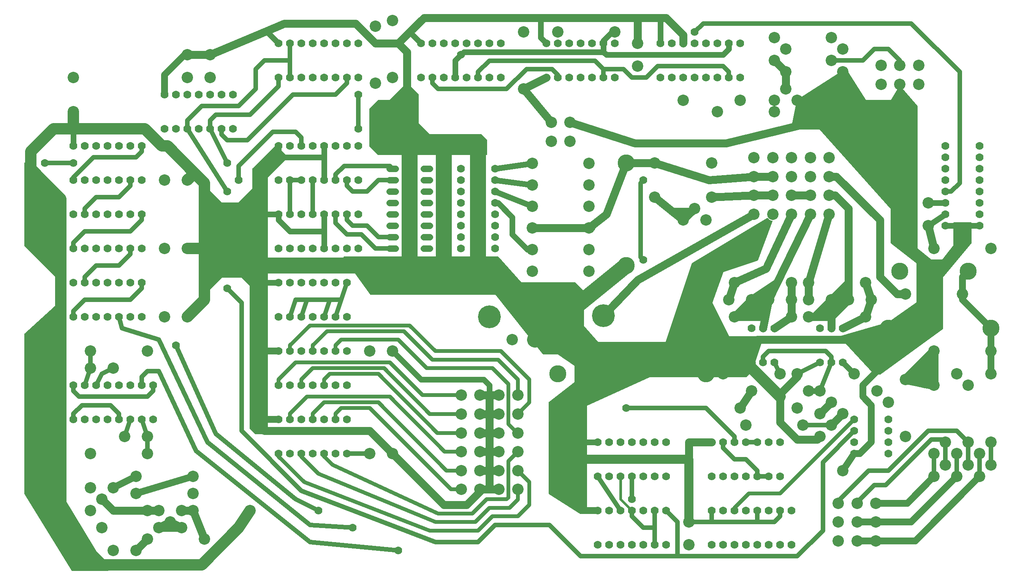
<source format=gbr>
G04 EAGLE Gerber RS-274X export*
G75*
%MOMM*%
%FSLAX34Y34*%
%LPD*%
%INBottom Copper*%
%IPPOS*%
%AMOC8*
5,1,8,0,0,1.08239X$1,22.5*%
G01*
%ADD10C,2.540000*%
%ADD11C,3.810000*%
%ADD12C,5.080000*%
%ADD13C,1.778000*%
%ADD14C,1.408000*%
%ADD15C,1.016000*%
%ADD16C,1.778000*%
%ADD17C,1.524000*%
%ADD18C,2.540000*%
%ADD19C,1.270000*%
%ADD20C,3.556000*%
%ADD21C,2.032000*%
%ADD22C,0.609600*%
%ADD23C,0.812800*%

G36*
X1276468Y138446D02*
X1276468Y138446D01*
X1276587Y138453D01*
X1276625Y138466D01*
X1276666Y138471D01*
X1276776Y138514D01*
X1276889Y138551D01*
X1276924Y138573D01*
X1276961Y138588D01*
X1277057Y138658D01*
X1277158Y138721D01*
X1277186Y138751D01*
X1277219Y138774D01*
X1277295Y138866D01*
X1277376Y138953D01*
X1277396Y138988D01*
X1277421Y139019D01*
X1277472Y139127D01*
X1277530Y139231D01*
X1277540Y139271D01*
X1277557Y139307D01*
X1277579Y139424D01*
X1277609Y139539D01*
X1277613Y139600D01*
X1277617Y139620D01*
X1277615Y139640D01*
X1277619Y139700D01*
X1277619Y380179D01*
X1417734Y443231D01*
X1631950Y443231D01*
X1632048Y443243D01*
X1632147Y443246D01*
X1632205Y443263D01*
X1632266Y443271D01*
X1632358Y443307D01*
X1632453Y443335D01*
X1632505Y443365D01*
X1632561Y443388D01*
X1632641Y443446D01*
X1632727Y443496D01*
X1632802Y443562D01*
X1632819Y443574D01*
X1632826Y443584D01*
X1632848Y443603D01*
X1645548Y456303D01*
X1645581Y456346D01*
X1645621Y456382D01*
X1645678Y456471D01*
X1645742Y456554D01*
X1645764Y456604D01*
X1645794Y456649D01*
X1645854Y456799D01*
X1671254Y532999D01*
X1671255Y533003D01*
X1671257Y533007D01*
X1671286Y533157D01*
X1671316Y533311D01*
X1671316Y533315D01*
X1671317Y533320D01*
X1671307Y533472D01*
X1671299Y533628D01*
X1671297Y533632D01*
X1671297Y533637D01*
X1671250Y533783D01*
X1671203Y533931D01*
X1671200Y533935D01*
X1671199Y533939D01*
X1671116Y534070D01*
X1671034Y534201D01*
X1671031Y534204D01*
X1671029Y534208D01*
X1670917Y534314D01*
X1670804Y534421D01*
X1670800Y534423D01*
X1670797Y534426D01*
X1670663Y534500D01*
X1670527Y534576D01*
X1670523Y534577D01*
X1670519Y534580D01*
X1670371Y534618D01*
X1670220Y534658D01*
X1670215Y534658D01*
X1670211Y534659D01*
X1670050Y534669D01*
X1594634Y534669D01*
X1557129Y609679D01*
X1582133Y678440D01*
X1657751Y703646D01*
X1657757Y703649D01*
X1657763Y703650D01*
X1657901Y703718D01*
X1658038Y703783D01*
X1658043Y703787D01*
X1658048Y703790D01*
X1658166Y703891D01*
X1658282Y703988D01*
X1658285Y703993D01*
X1658290Y703997D01*
X1658379Y704123D01*
X1658467Y704247D01*
X1658469Y704252D01*
X1658472Y704257D01*
X1658538Y704404D01*
X1691016Y791010D01*
X1691022Y791038D01*
X1691034Y791063D01*
X1691059Y791192D01*
X1691089Y791320D01*
X1691089Y791348D01*
X1691094Y791376D01*
X1691086Y791506D01*
X1691083Y791638D01*
X1691076Y791665D01*
X1691074Y791693D01*
X1691034Y791818D01*
X1690999Y791944D01*
X1690985Y791969D01*
X1690976Y791995D01*
X1690906Y792106D01*
X1690841Y792220D01*
X1690821Y792240D01*
X1690806Y792264D01*
X1690710Y792354D01*
X1690619Y792448D01*
X1690595Y792463D01*
X1690574Y792482D01*
X1690460Y792545D01*
X1690347Y792614D01*
X1690320Y792622D01*
X1690296Y792636D01*
X1690169Y792668D01*
X1690043Y792707D01*
X1690015Y792708D01*
X1689988Y792715D01*
X1689827Y792725D01*
X1688720Y792725D01*
X1683492Y794891D01*
X1680528Y797856D01*
X1680430Y797931D01*
X1680338Y798012D01*
X1680305Y798028D01*
X1680276Y798051D01*
X1680163Y798099D01*
X1680054Y798155D01*
X1680018Y798162D01*
X1679985Y798177D01*
X1679863Y798196D01*
X1679743Y798222D01*
X1679707Y798221D01*
X1679670Y798227D01*
X1679548Y798215D01*
X1679425Y798211D01*
X1679390Y798200D01*
X1679354Y798197D01*
X1679238Y798155D01*
X1679120Y798120D01*
X1679073Y798096D01*
X1679055Y798089D01*
X1679037Y798077D01*
X1678977Y798046D01*
X1512234Y698001D01*
X1512195Y697970D01*
X1512150Y697946D01*
X1512070Y697872D01*
X1511984Y697804D01*
X1511954Y697764D01*
X1511917Y697730D01*
X1511857Y697639D01*
X1511831Y697604D01*
X1511812Y697581D01*
X1511810Y697577D01*
X1511791Y697552D01*
X1511771Y697505D01*
X1511744Y697463D01*
X1511683Y697314D01*
X1453235Y521969D01*
X1302334Y521969D01*
X1271269Y558211D01*
X1271269Y635000D01*
X1271257Y635098D01*
X1271254Y635197D01*
X1271237Y635255D01*
X1271229Y635316D01*
X1271193Y635408D01*
X1271165Y635503D01*
X1271135Y635555D01*
X1271112Y635611D01*
X1271054Y635691D01*
X1271004Y635777D01*
X1270938Y635852D01*
X1270926Y635869D01*
X1270916Y635876D01*
X1270898Y635898D01*
X1251848Y654948D01*
X1251769Y655008D01*
X1251697Y655076D01*
X1251644Y655105D01*
X1251596Y655142D01*
X1251505Y655182D01*
X1251419Y655230D01*
X1251360Y655245D01*
X1251304Y655269D01*
X1251206Y655284D01*
X1251111Y655309D01*
X1251011Y655315D01*
X1250990Y655319D01*
X1250978Y655317D01*
X1250950Y655319D01*
X1131500Y655319D01*
X1080443Y712049D01*
X1080343Y712136D01*
X1080247Y712226D01*
X1080223Y712239D01*
X1080203Y712257D01*
X1080084Y712316D01*
X1079969Y712380D01*
X1079942Y712386D01*
X1079918Y712398D01*
X1079788Y712426D01*
X1079661Y712459D01*
X1079622Y712461D01*
X1079607Y712465D01*
X1079585Y712464D01*
X1079500Y712469D01*
X736600Y712469D01*
X736566Y712465D01*
X736531Y712467D01*
X736408Y712445D01*
X736284Y712429D01*
X736252Y712417D01*
X736218Y712410D01*
X736105Y712358D01*
X735989Y712312D01*
X735961Y712292D01*
X735929Y712278D01*
X735832Y712199D01*
X735731Y712126D01*
X735709Y712099D01*
X735682Y712077D01*
X735608Y711977D01*
X735529Y711881D01*
X735514Y711849D01*
X735493Y711821D01*
X735446Y711706D01*
X735393Y711593D01*
X735387Y711559D01*
X735374Y711527D01*
X735357Y711403D01*
X735333Y711281D01*
X735335Y711246D01*
X735331Y711212D01*
X735345Y711088D01*
X735353Y710963D01*
X735364Y710930D01*
X735368Y710896D01*
X735413Y710779D01*
X735451Y710661D01*
X735470Y710631D01*
X735482Y710599D01*
X735567Y710462D01*
X794531Y627912D01*
X794562Y627879D01*
X794586Y627842D01*
X794669Y627763D01*
X794747Y627679D01*
X794785Y627655D01*
X794817Y627624D01*
X794918Y627568D01*
X795014Y627506D01*
X795057Y627492D01*
X795096Y627470D01*
X795207Y627442D01*
X795316Y627405D01*
X795360Y627402D01*
X795404Y627391D01*
X795564Y627381D01*
X1073810Y627381D01*
X1180109Y494507D01*
X1180116Y494500D01*
X1180121Y494492D01*
X1180230Y494390D01*
X1180337Y494286D01*
X1180346Y494281D01*
X1180353Y494274D01*
X1180484Y494202D01*
X1180613Y494128D01*
X1180623Y494125D01*
X1180631Y494120D01*
X1180776Y494083D01*
X1180920Y494044D01*
X1180930Y494043D01*
X1180939Y494041D01*
X1181100Y494031D01*
X1212466Y494031D01*
X1249681Y469221D01*
X1249681Y432421D01*
X1193021Y388352D01*
X1193008Y388339D01*
X1192992Y388329D01*
X1192895Y388226D01*
X1192796Y388127D01*
X1192787Y388111D01*
X1192774Y388097D01*
X1192706Y387974D01*
X1192635Y387853D01*
X1192629Y387835D01*
X1192620Y387819D01*
X1192585Y387683D01*
X1192546Y387547D01*
X1192546Y387529D01*
X1192541Y387511D01*
X1192531Y387350D01*
X1192531Y184150D01*
X1192541Y184072D01*
X1192540Y183994D01*
X1192560Y183915D01*
X1192571Y183834D01*
X1192599Y183762D01*
X1192619Y183685D01*
X1192658Y183614D01*
X1192688Y183539D01*
X1192734Y183475D01*
X1192771Y183406D01*
X1192827Y183347D01*
X1192874Y183281D01*
X1192935Y183231D01*
X1192989Y183174D01*
X1193119Y183079D01*
X1262969Y138629D01*
X1263077Y138578D01*
X1263181Y138520D01*
X1263220Y138510D01*
X1263256Y138493D01*
X1263374Y138471D01*
X1263489Y138441D01*
X1263549Y138437D01*
X1263568Y138433D01*
X1263589Y138435D01*
X1263650Y138431D01*
X1276350Y138431D01*
X1276468Y138446D01*
G37*
G36*
X1930555Y449600D02*
X1930555Y449600D01*
X1930715Y449620D01*
X1930715Y449621D01*
X1930716Y449621D01*
X1930841Y449670D01*
X1931011Y449737D01*
X1931011Y449738D01*
X1931147Y449824D01*
X2070847Y551424D01*
X2070875Y551450D01*
X2070908Y551471D01*
X2070991Y551559D01*
X2071078Y551641D01*
X2071099Y551674D01*
X2071126Y551703D01*
X2071184Y551808D01*
X2071249Y551910D01*
X2071261Y551947D01*
X2071280Y551981D01*
X2071310Y552098D01*
X2071347Y552212D01*
X2071349Y552252D01*
X2071359Y552289D01*
X2071369Y552450D01*
X2071369Y666290D01*
X2134575Y742137D01*
X2134598Y742173D01*
X2134626Y742203D01*
X2134683Y742306D01*
X2134746Y742405D01*
X2134759Y742445D01*
X2134780Y742481D01*
X2134809Y742596D01*
X2134846Y742707D01*
X2134849Y742749D01*
X2134859Y742789D01*
X2134869Y742950D01*
X2134869Y787400D01*
X2134854Y787518D01*
X2134847Y787637D01*
X2134834Y787675D01*
X2134829Y787716D01*
X2134786Y787826D01*
X2134749Y787939D01*
X2134727Y787974D01*
X2134712Y788011D01*
X2134643Y788107D01*
X2134579Y788208D01*
X2134549Y788236D01*
X2134526Y788269D01*
X2134434Y788345D01*
X2134347Y788426D01*
X2134312Y788446D01*
X2134281Y788471D01*
X2134173Y788522D01*
X2134069Y788580D01*
X2134029Y788590D01*
X2133993Y788607D01*
X2133876Y788629D01*
X2133761Y788659D01*
X2133701Y788663D01*
X2133681Y788667D01*
X2133660Y788665D01*
X2133600Y788669D01*
X2095500Y788669D01*
X2095382Y788654D01*
X2095263Y788647D01*
X2095225Y788634D01*
X2095184Y788629D01*
X2095074Y788586D01*
X2094961Y788549D01*
X2094926Y788527D01*
X2094889Y788512D01*
X2094793Y788443D01*
X2094692Y788379D01*
X2094664Y788349D01*
X2094631Y788326D01*
X2094556Y788234D01*
X2094474Y788147D01*
X2094454Y788112D01*
X2094429Y788081D01*
X2094378Y787973D01*
X2094320Y787869D01*
X2094310Y787829D01*
X2094293Y787793D01*
X2094271Y787676D01*
X2094241Y787561D01*
X2094237Y787501D01*
X2094233Y787481D01*
X2094235Y787460D01*
X2094231Y787400D01*
X2094231Y737045D01*
X2069490Y706119D01*
X2045145Y706119D01*
X2014219Y730860D01*
X2014219Y1047750D01*
X2014213Y1047800D01*
X2014215Y1047850D01*
X2014193Y1047957D01*
X2014179Y1048066D01*
X2014161Y1048113D01*
X2014151Y1048162D01*
X2014103Y1048260D01*
X2014062Y1048361D01*
X2014033Y1048402D01*
X2014011Y1048447D01*
X2013914Y1048576D01*
X1975814Y1093026D01*
X1975810Y1093029D01*
X1975808Y1093033D01*
X1975693Y1093136D01*
X1975578Y1093240D01*
X1975574Y1093242D01*
X1975571Y1093245D01*
X1975434Y1093315D01*
X1975297Y1093388D01*
X1975292Y1093389D01*
X1975288Y1093391D01*
X1975138Y1093426D01*
X1974987Y1093462D01*
X1974983Y1093462D01*
X1974979Y1093463D01*
X1974825Y1093459D01*
X1974669Y1093456D01*
X1974665Y1093455D01*
X1974661Y1093455D01*
X1974512Y1093413D01*
X1974363Y1093372D01*
X1974359Y1093370D01*
X1974355Y1093369D01*
X1974220Y1093291D01*
X1974087Y1093214D01*
X1974084Y1093211D01*
X1974080Y1093209D01*
X1973968Y1093099D01*
X1973859Y1092993D01*
X1973856Y1092989D01*
X1973853Y1092986D01*
X1973762Y1092853D01*
X1955081Y1061719D01*
X1899347Y1061719D01*
X1855271Y1130981D01*
X1855192Y1131077D01*
X1855118Y1131176D01*
X1855091Y1131199D01*
X1855068Y1131226D01*
X1854968Y1131299D01*
X1854872Y1131377D01*
X1854839Y1131392D01*
X1854810Y1131413D01*
X1854696Y1131458D01*
X1854583Y1131510D01*
X1854548Y1131517D01*
X1854515Y1131530D01*
X1854392Y1131545D01*
X1854270Y1131567D01*
X1854234Y1131565D01*
X1854199Y1131569D01*
X1854076Y1131554D01*
X1853953Y1131545D01*
X1853919Y1131534D01*
X1853883Y1131529D01*
X1853768Y1131483D01*
X1853651Y1131444D01*
X1853606Y1131419D01*
X1853588Y1131412D01*
X1853571Y1131399D01*
X1853510Y1131366D01*
X1745560Y1061516D01*
X1745478Y1061446D01*
X1745390Y1061384D01*
X1745357Y1061344D01*
X1745317Y1061311D01*
X1745255Y1061223D01*
X1745185Y1061141D01*
X1745163Y1061094D01*
X1745133Y1061052D01*
X1745094Y1060951D01*
X1745047Y1060854D01*
X1745026Y1060776D01*
X1745018Y1060755D01*
X1745016Y1060739D01*
X1745005Y1060699D01*
X1732305Y997199D01*
X1732299Y997114D01*
X1732283Y997031D01*
X1732288Y996956D01*
X1732283Y996882D01*
X1732298Y996798D01*
X1732303Y996713D01*
X1732326Y996642D01*
X1732339Y996569D01*
X1732375Y996491D01*
X1732401Y996411D01*
X1732441Y996348D01*
X1732472Y996280D01*
X1732526Y996214D01*
X1732571Y996142D01*
X1732626Y996091D01*
X1732673Y996033D01*
X1732741Y995982D01*
X1732803Y995924D01*
X1732868Y995888D01*
X1732928Y995844D01*
X1733007Y995811D01*
X1733081Y995770D01*
X1733154Y995752D01*
X1733223Y995724D01*
X1733307Y995712D01*
X1733389Y995691D01*
X1733528Y995682D01*
X1733538Y995681D01*
X1733542Y995681D01*
X1733550Y995681D01*
X1796482Y995681D01*
X1954531Y818666D01*
X1954531Y742950D01*
X1954533Y742932D01*
X1954531Y742913D01*
X1954553Y742774D01*
X1954571Y742634D01*
X1954577Y742617D01*
X1954580Y742599D01*
X1954636Y742469D01*
X1954688Y742339D01*
X1954699Y742324D01*
X1954706Y742307D01*
X1954792Y742195D01*
X1954874Y742081D01*
X1954889Y742070D01*
X1954900Y742055D01*
X1955021Y741948D01*
X2011681Y697879D01*
X2011681Y610261D01*
X1948892Y566309D01*
X1841142Y534618D01*
X1841058Y534581D01*
X1840970Y534553D01*
X1840913Y534518D01*
X1840850Y534490D01*
X1840778Y534434D01*
X1840700Y534385D01*
X1840653Y534336D01*
X1840600Y534295D01*
X1840544Y534222D01*
X1840480Y534156D01*
X1840447Y534097D01*
X1840406Y534043D01*
X1840369Y533958D01*
X1840324Y533878D01*
X1840307Y533813D01*
X1840280Y533751D01*
X1840266Y533660D01*
X1840242Y533571D01*
X1840242Y533503D01*
X1840231Y533436D01*
X1840240Y533345D01*
X1840239Y533253D01*
X1840256Y533187D01*
X1840262Y533120D01*
X1840293Y533033D01*
X1840315Y532944D01*
X1840347Y532885D01*
X1840371Y532821D01*
X1840422Y532745D01*
X1840466Y532664D01*
X1840541Y532572D01*
X1840550Y532558D01*
X1840556Y532553D01*
X1840567Y532539D01*
X1916767Y449989D01*
X1916862Y449909D01*
X1916953Y449824D01*
X1916984Y449807D01*
X1917011Y449784D01*
X1917122Y449730D01*
X1917231Y449670D01*
X1917266Y449662D01*
X1917297Y449646D01*
X1917419Y449622D01*
X1917539Y449591D01*
X1917591Y449588D01*
X1917609Y449584D01*
X1917631Y449585D01*
X1917700Y449581D01*
X1930400Y449581D01*
X1930555Y449600D01*
G37*
G36*
X565268Y316246D02*
X565268Y316246D01*
X565387Y316253D01*
X565425Y316266D01*
X565466Y316271D01*
X565576Y316314D01*
X565689Y316351D01*
X565724Y316373D01*
X565761Y316388D01*
X565857Y316458D01*
X565958Y316521D01*
X565986Y316551D01*
X566019Y316574D01*
X566095Y316666D01*
X566176Y316753D01*
X566196Y316788D01*
X566221Y316819D01*
X566272Y316927D01*
X566330Y317031D01*
X566340Y317071D01*
X566357Y317107D01*
X566379Y317224D01*
X566409Y317339D01*
X566413Y317400D01*
X566417Y317420D01*
X566415Y317440D01*
X566419Y317500D01*
X566419Y888474D01*
X610498Y932553D01*
X610571Y932647D01*
X610649Y932736D01*
X610668Y932772D01*
X610692Y932804D01*
X610740Y932913D01*
X610794Y933019D01*
X610803Y933058D01*
X610819Y933096D01*
X610837Y933213D01*
X610864Y933329D01*
X610862Y933370D01*
X610869Y933410D01*
X610857Y933528D01*
X610854Y933647D01*
X610843Y933686D01*
X610839Y933726D01*
X610799Y933839D01*
X610765Y933953D01*
X610745Y933988D01*
X610731Y934026D01*
X610664Y934124D01*
X610604Y934227D01*
X610564Y934272D01*
X610553Y934289D01*
X610537Y934302D01*
X610498Y934348D01*
X585098Y959748D01*
X585003Y959821D01*
X584914Y959899D01*
X584878Y959918D01*
X584846Y959942D01*
X584737Y959990D01*
X584631Y960044D01*
X584592Y960053D01*
X584554Y960069D01*
X584437Y960087D01*
X584321Y960114D01*
X584280Y960112D01*
X584240Y960119D01*
X584122Y960107D01*
X584003Y960104D01*
X583964Y960093D01*
X583924Y960089D01*
X583811Y960049D01*
X583697Y960015D01*
X583663Y959995D01*
X583624Y959981D01*
X583526Y959914D01*
X583423Y959854D01*
X583378Y959814D01*
X583361Y959803D01*
X583348Y959787D01*
X583303Y959748D01*
X532503Y908948D01*
X532442Y908869D01*
X532374Y908797D01*
X532345Y908744D01*
X532308Y908696D01*
X532268Y908605D01*
X532220Y908519D01*
X532205Y908460D01*
X532181Y908404D01*
X532166Y908306D01*
X532141Y908211D01*
X532135Y908111D01*
X532131Y908090D01*
X532133Y908078D01*
X532131Y908050D01*
X532131Y864126D01*
X501124Y833119D01*
X464076Y833119D01*
X419998Y877198D01*
X419888Y877283D01*
X419781Y877371D01*
X419762Y877380D01*
X419746Y877392D01*
X419618Y877448D01*
X419493Y877507D01*
X419473Y877511D01*
X419454Y877519D01*
X419316Y877541D01*
X419181Y877567D01*
X419160Y877565D01*
X419140Y877569D01*
X419001Y877556D01*
X418863Y877547D01*
X418844Y877541D01*
X418824Y877539D01*
X418692Y877492D01*
X418561Y877449D01*
X418543Y877438D01*
X418524Y877431D01*
X418409Y877353D01*
X418292Y877279D01*
X418278Y877264D01*
X418261Y877253D01*
X418169Y877149D01*
X418074Y877047D01*
X418064Y877029D01*
X418051Y877014D01*
X417988Y876890D01*
X417920Y876769D01*
X417915Y876749D01*
X417906Y876731D01*
X417876Y876595D01*
X417841Y876461D01*
X417839Y876433D01*
X417837Y876421D01*
X417837Y876400D01*
X417831Y876300D01*
X417831Y622300D01*
X417848Y622162D01*
X417861Y622024D01*
X417868Y622005D01*
X417871Y621984D01*
X417922Y621855D01*
X417969Y621724D01*
X417980Y621708D01*
X417988Y621689D01*
X418069Y621576D01*
X418147Y621461D01*
X418163Y621448D01*
X418174Y621431D01*
X418282Y621343D01*
X418386Y621251D01*
X418404Y621242D01*
X418419Y621229D01*
X418545Y621169D01*
X418669Y621106D01*
X418689Y621102D01*
X418707Y621093D01*
X418843Y621067D01*
X418979Y621037D01*
X419000Y621037D01*
X419020Y621033D01*
X419158Y621042D01*
X419297Y621046D01*
X419317Y621052D01*
X419337Y621053D01*
X419469Y621096D01*
X419603Y621135D01*
X419620Y621145D01*
X419639Y621151D01*
X419757Y621225D01*
X419877Y621296D01*
X419898Y621315D01*
X419908Y621321D01*
X419922Y621336D01*
X419998Y621403D01*
X464076Y665481D01*
X507474Y665481D01*
X525781Y647174D01*
X525781Y330200D01*
X525793Y330102D01*
X525796Y330003D01*
X525813Y329945D01*
X525821Y329884D01*
X525857Y329792D01*
X525885Y329697D01*
X525906Y329661D01*
X525909Y329653D01*
X525918Y329638D01*
X525938Y329589D01*
X525996Y329509D01*
X526046Y329423D01*
X526075Y329391D01*
X526079Y329384D01*
X526088Y329375D01*
X526112Y329348D01*
X526124Y329331D01*
X526134Y329324D01*
X526153Y329303D01*
X538853Y316603D01*
X538931Y316542D01*
X539003Y316474D01*
X539056Y316445D01*
X539104Y316408D01*
X539195Y316368D01*
X539281Y316320D01*
X539340Y316305D01*
X539396Y316281D01*
X539494Y316266D01*
X539589Y316241D01*
X539689Y316235D01*
X539710Y316231D01*
X539722Y316233D01*
X539750Y316231D01*
X565150Y316231D01*
X565268Y316246D01*
G37*
G36*
X209695Y11449D02*
X209695Y11449D01*
X209841Y11464D01*
X209853Y11469D01*
X209866Y11471D01*
X210002Y11525D01*
X210139Y11575D01*
X210149Y11583D01*
X210161Y11588D01*
X210280Y11674D01*
X210400Y11757D01*
X210408Y11767D01*
X210419Y11774D01*
X210512Y11887D01*
X210607Y11998D01*
X210613Y12009D01*
X210621Y12019D01*
X210683Y12151D01*
X210749Y12283D01*
X210751Y12296D01*
X210757Y12307D01*
X210784Y12450D01*
X210815Y12594D01*
X210814Y12607D01*
X210817Y12620D01*
X210808Y12765D01*
X210802Y12912D01*
X210798Y12924D01*
X210797Y12937D01*
X210752Y13076D01*
X210710Y13216D01*
X210701Y13232D01*
X210699Y13239D01*
X210690Y13254D01*
X210635Y13359D01*
X102869Y190855D01*
X102869Y609600D01*
X102855Y609711D01*
X102850Y609822D01*
X102835Y609868D01*
X102829Y609916D01*
X102788Y610019D01*
X102755Y610126D01*
X102730Y610167D01*
X102712Y610211D01*
X102647Y610301D01*
X102588Y610397D01*
X102554Y610430D01*
X102526Y610469D01*
X102439Y610540D01*
X102359Y610617D01*
X102318Y610641D01*
X102281Y610671D01*
X102180Y610719D01*
X102082Y610774D01*
X102036Y610787D01*
X101993Y610807D01*
X101883Y610828D01*
X101775Y610857D01*
X101728Y610858D01*
X101681Y610867D01*
X101569Y610860D01*
X101457Y610861D01*
X101411Y610850D01*
X101363Y610847D01*
X101257Y610813D01*
X101148Y610786D01*
X101106Y610764D01*
X101061Y610749D01*
X100966Y610689D01*
X100868Y610637D01*
X100810Y610590D01*
X100792Y610579D01*
X100779Y610566D01*
X100742Y610536D01*
X24542Y540686D01*
X24461Y540589D01*
X24374Y540497D01*
X24358Y540468D01*
X24337Y540443D01*
X24281Y540329D01*
X24220Y540219D01*
X24212Y540187D01*
X24198Y540157D01*
X24173Y540033D01*
X24141Y539911D01*
X24138Y539863D01*
X24134Y539845D01*
X24135Y539824D01*
X24131Y539750D01*
X24131Y184150D01*
X24145Y184041D01*
X24150Y183931D01*
X24164Y183884D01*
X24171Y183834D01*
X24211Y183732D01*
X24244Y183627D01*
X24280Y183559D01*
X24288Y183539D01*
X24298Y183525D01*
X24319Y183485D01*
X129827Y12035D01*
X129882Y11966D01*
X129929Y11892D01*
X129981Y11843D01*
X130026Y11787D01*
X130096Y11734D01*
X130161Y11674D01*
X130223Y11639D01*
X130281Y11596D01*
X130362Y11563D01*
X130439Y11520D01*
X130508Y11503D01*
X130575Y11475D01*
X130662Y11463D01*
X130747Y11441D01*
X130876Y11433D01*
X130890Y11431D01*
X130895Y11432D01*
X130908Y11431D01*
X209550Y11431D01*
X209695Y11449D01*
G37*
G36*
X1054218Y938546D02*
X1054218Y938546D01*
X1054337Y938553D01*
X1054375Y938566D01*
X1054416Y938571D01*
X1054526Y938614D01*
X1054639Y938651D01*
X1054674Y938673D01*
X1054711Y938688D01*
X1054807Y938758D01*
X1054908Y938821D01*
X1054936Y938851D01*
X1054969Y938874D01*
X1055045Y938966D01*
X1055126Y939053D01*
X1055146Y939088D01*
X1055171Y939119D01*
X1055222Y939227D01*
X1055280Y939331D01*
X1055290Y939371D01*
X1055307Y939407D01*
X1055329Y939524D01*
X1055359Y939639D01*
X1055363Y939700D01*
X1055367Y939720D01*
X1055365Y939740D01*
X1055369Y939800D01*
X1055369Y971550D01*
X1055357Y971648D01*
X1055354Y971747D01*
X1055337Y971805D01*
X1055329Y971866D01*
X1055293Y971958D01*
X1055265Y972053D01*
X1055235Y972105D01*
X1055212Y972161D01*
X1055154Y972241D01*
X1055104Y972327D01*
X1055038Y972402D01*
X1055026Y972419D01*
X1055016Y972426D01*
X1054998Y972448D01*
X1042298Y985148D01*
X1042219Y985208D01*
X1042147Y985276D01*
X1042094Y985305D01*
X1042046Y985342D01*
X1041955Y985382D01*
X1041869Y985430D01*
X1041810Y985445D01*
X1041754Y985469D01*
X1041656Y985484D01*
X1041561Y985509D01*
X1041461Y985515D01*
X1041440Y985519D01*
X1041428Y985517D01*
X1041400Y985519D01*
X927626Y985519D01*
X902969Y1010176D01*
X902969Y1073150D01*
X902957Y1073248D01*
X902954Y1073347D01*
X902937Y1073405D01*
X902929Y1073466D01*
X902893Y1073558D01*
X902865Y1073653D01*
X902835Y1073705D01*
X902812Y1073761D01*
X902754Y1073841D01*
X902704Y1073927D01*
X902638Y1074002D01*
X902626Y1074019D01*
X902616Y1074026D01*
X902598Y1074048D01*
X877198Y1099448D01*
X877103Y1099521D01*
X877014Y1099599D01*
X876978Y1099618D01*
X876946Y1099642D01*
X876837Y1099690D01*
X876731Y1099744D01*
X876692Y1099753D01*
X876654Y1099769D01*
X876537Y1099787D01*
X876421Y1099814D01*
X876380Y1099812D01*
X876340Y1099819D01*
X876222Y1099807D01*
X876103Y1099804D01*
X876064Y1099793D01*
X876024Y1099789D01*
X875911Y1099749D01*
X875797Y1099715D01*
X875763Y1099695D01*
X875724Y1099681D01*
X875626Y1099614D01*
X875523Y1099554D01*
X875478Y1099514D01*
X875461Y1099503D01*
X875448Y1099487D01*
X875403Y1099448D01*
X837674Y1061719D01*
X812800Y1061719D01*
X812702Y1061707D01*
X812603Y1061704D01*
X812545Y1061687D01*
X812484Y1061679D01*
X812392Y1061643D01*
X812297Y1061615D01*
X812245Y1061585D01*
X812189Y1061562D01*
X812109Y1061504D01*
X812023Y1061454D01*
X811948Y1061388D01*
X811931Y1061376D01*
X811924Y1061366D01*
X811903Y1061348D01*
X792853Y1042298D01*
X792792Y1042219D01*
X792724Y1042147D01*
X792695Y1042094D01*
X792658Y1042046D01*
X792618Y1041955D01*
X792570Y1041869D01*
X792555Y1041810D01*
X792531Y1041754D01*
X792516Y1041656D01*
X792491Y1041561D01*
X792485Y1041461D01*
X792481Y1041440D01*
X792483Y1041428D01*
X792481Y1041400D01*
X792481Y958850D01*
X792493Y958752D01*
X792496Y958653D01*
X792513Y958595D01*
X792521Y958534D01*
X792557Y958442D01*
X792585Y958347D01*
X792612Y958301D01*
X792612Y958299D01*
X792616Y958294D01*
X792638Y958239D01*
X792696Y958159D01*
X792746Y958073D01*
X792779Y958036D01*
X792783Y958031D01*
X792790Y958024D01*
X792812Y957998D01*
X792824Y957981D01*
X792834Y957974D01*
X792853Y957953D01*
X811903Y938903D01*
X811981Y938842D01*
X812053Y938774D01*
X812106Y938745D01*
X812154Y938708D01*
X812245Y938668D01*
X812331Y938620D01*
X812390Y938605D01*
X812446Y938581D01*
X812544Y938566D01*
X812639Y938541D01*
X812739Y938535D01*
X812760Y938531D01*
X812772Y938533D01*
X812800Y938531D01*
X1054100Y938531D01*
X1054218Y938546D01*
G37*
G36*
X101699Y659144D02*
X101699Y659144D01*
X101837Y659153D01*
X101856Y659159D01*
X101876Y659161D01*
X102008Y659208D01*
X102139Y659251D01*
X102157Y659262D01*
X102176Y659269D01*
X102291Y659347D01*
X102408Y659421D01*
X102422Y659436D01*
X102439Y659447D01*
X102531Y659551D01*
X102626Y659653D01*
X102636Y659671D01*
X102649Y659686D01*
X102713Y659810D01*
X102780Y659931D01*
X102785Y659951D01*
X102794Y659969D01*
X102824Y660105D01*
X102859Y660239D01*
X102861Y660267D01*
X102864Y660279D01*
X102863Y660300D01*
X102869Y660400D01*
X102869Y844550D01*
X102857Y844648D01*
X102854Y844747D01*
X102837Y844805D01*
X102829Y844866D01*
X102793Y844958D01*
X102765Y845053D01*
X102735Y845105D01*
X102712Y845161D01*
X102654Y845241D01*
X102604Y845327D01*
X102538Y845402D01*
X102526Y845419D01*
X102516Y845426D01*
X102498Y845448D01*
X26298Y921648D01*
X26188Y921733D01*
X26081Y921821D01*
X26062Y921830D01*
X26046Y921842D01*
X25918Y921898D01*
X25793Y921957D01*
X25773Y921961D01*
X25754Y921969D01*
X25616Y921991D01*
X25481Y922017D01*
X25460Y922015D01*
X25440Y922019D01*
X25301Y922006D01*
X25163Y921997D01*
X25144Y921991D01*
X25124Y921989D01*
X24992Y921942D01*
X24861Y921899D01*
X24843Y921888D01*
X24824Y921881D01*
X24709Y921803D01*
X24592Y921729D01*
X24578Y921714D01*
X24561Y921703D01*
X24469Y921599D01*
X24374Y921497D01*
X24364Y921479D01*
X24351Y921464D01*
X24288Y921340D01*
X24220Y921219D01*
X24215Y921199D01*
X24206Y921181D01*
X24176Y921045D01*
X24141Y920911D01*
X24139Y920883D01*
X24137Y920871D01*
X24137Y920850D01*
X24131Y920750D01*
X24131Y736600D01*
X24143Y736502D01*
X24146Y736403D01*
X24163Y736345D01*
X24171Y736284D01*
X24207Y736192D01*
X24235Y736097D01*
X24265Y736045D01*
X24288Y735989D01*
X24346Y735909D01*
X24396Y735823D01*
X24462Y735748D01*
X24474Y735731D01*
X24484Y735724D01*
X24503Y735703D01*
X100703Y659503D01*
X100812Y659417D01*
X100919Y659329D01*
X100938Y659320D01*
X100954Y659308D01*
X101082Y659252D01*
X101207Y659193D01*
X101227Y659189D01*
X101246Y659181D01*
X101384Y659159D01*
X101520Y659133D01*
X101540Y659135D01*
X101560Y659131D01*
X101699Y659144D01*
G37*
G36*
X1670188Y582948D02*
X1670188Y582948D01*
X1670327Y582961D01*
X1670346Y582968D01*
X1670366Y582971D01*
X1670495Y583022D01*
X1670627Y583069D01*
X1670643Y583080D01*
X1670661Y583088D01*
X1670774Y583169D01*
X1670890Y583248D01*
X1670903Y583263D01*
X1670919Y583274D01*
X1671008Y583382D01*
X1671100Y583487D01*
X1671109Y583504D01*
X1671121Y583519D01*
X1671181Y583646D01*
X1671244Y583770D01*
X1671252Y583796D01*
X1671257Y583807D01*
X1671261Y583827D01*
X1671289Y583925D01*
X1683989Y641075D01*
X1683997Y641160D01*
X1684015Y641243D01*
X1684012Y641318D01*
X1684019Y641391D01*
X1684005Y641475D01*
X1684002Y641561D01*
X1683980Y641632D01*
X1683969Y641705D01*
X1683935Y641784D01*
X1683910Y641865D01*
X1683872Y641929D01*
X1683842Y641997D01*
X1683789Y642065D01*
X1683745Y642138D01*
X1683692Y642190D01*
X1683647Y642248D01*
X1683579Y642300D01*
X1683518Y642360D01*
X1683454Y642398D01*
X1683395Y642443D01*
X1683317Y642477D01*
X1683243Y642520D01*
X1683172Y642540D01*
X1683103Y642569D01*
X1683019Y642582D01*
X1682937Y642605D01*
X1682863Y642607D01*
X1682789Y642619D01*
X1682704Y642611D01*
X1682619Y642612D01*
X1682547Y642596D01*
X1682473Y642589D01*
X1682392Y642560D01*
X1682309Y642540D01*
X1682243Y642506D01*
X1682173Y642481D01*
X1682103Y642433D01*
X1682027Y642393D01*
X1681919Y642308D01*
X1681910Y642302D01*
X1681908Y642299D01*
X1681901Y642293D01*
X1618401Y585143D01*
X1618392Y585133D01*
X1618381Y585126D01*
X1618289Y585014D01*
X1618193Y584903D01*
X1618187Y584891D01*
X1618179Y584881D01*
X1618117Y584749D01*
X1618052Y584618D01*
X1618049Y584605D01*
X1618043Y584593D01*
X1618016Y584451D01*
X1617985Y584307D01*
X1617986Y584294D01*
X1617983Y584281D01*
X1617992Y584136D01*
X1617998Y583989D01*
X1618002Y583976D01*
X1618003Y583963D01*
X1618048Y583825D01*
X1618090Y583685D01*
X1618097Y583673D01*
X1618101Y583661D01*
X1618179Y583537D01*
X1618255Y583412D01*
X1618264Y583403D01*
X1618271Y583392D01*
X1618378Y583292D01*
X1618482Y583190D01*
X1618493Y583183D01*
X1618503Y583174D01*
X1618630Y583104D01*
X1618757Y583030D01*
X1618770Y583027D01*
X1618781Y583020D01*
X1618922Y582984D01*
X1619063Y582945D01*
X1619076Y582944D01*
X1619089Y582941D01*
X1619250Y582931D01*
X1670050Y582931D01*
X1670188Y582948D01*
G37*
G36*
X1822548Y582943D02*
X1822548Y582943D01*
X1822647Y582946D01*
X1822705Y582963D01*
X1822766Y582971D01*
X1822858Y583007D01*
X1822953Y583035D01*
X1823005Y583065D01*
X1823061Y583088D01*
X1823141Y583146D01*
X1823227Y583196D01*
X1823302Y583262D01*
X1823319Y583274D01*
X1823326Y583284D01*
X1823348Y583303D01*
X1855098Y615053D01*
X1855158Y615131D01*
X1855226Y615203D01*
X1855252Y615250D01*
X1855253Y615251D01*
X1855254Y615253D01*
X1855255Y615256D01*
X1855292Y615304D01*
X1855332Y615395D01*
X1855380Y615481D01*
X1855395Y615540D01*
X1855419Y615596D01*
X1855434Y615694D01*
X1855459Y615789D01*
X1855465Y615889D01*
X1855469Y615910D01*
X1855467Y615922D01*
X1855469Y615950D01*
X1855469Y641350D01*
X1855452Y641488D01*
X1855449Y641515D01*
X1855447Y641553D01*
X1855445Y641559D01*
X1855439Y641626D01*
X1855432Y641645D01*
X1855429Y641666D01*
X1855378Y641795D01*
X1855331Y641926D01*
X1855320Y641942D01*
X1855312Y641961D01*
X1855231Y642074D01*
X1855153Y642189D01*
X1855137Y642202D01*
X1855126Y642219D01*
X1855018Y642307D01*
X1854914Y642399D01*
X1854896Y642408D01*
X1854881Y642421D01*
X1854755Y642481D01*
X1854631Y642544D01*
X1854611Y642548D01*
X1854593Y642557D01*
X1854457Y642583D01*
X1854321Y642614D01*
X1854300Y642613D01*
X1854281Y642617D01*
X1854142Y642608D01*
X1854003Y642604D01*
X1853983Y642598D01*
X1853963Y642597D01*
X1853831Y642554D01*
X1853697Y642515D01*
X1853680Y642505D01*
X1853661Y642499D01*
X1853543Y642425D01*
X1853423Y642354D01*
X1853402Y642335D01*
X1853392Y642329D01*
X1853378Y642314D01*
X1853303Y642248D01*
X1796153Y585098D01*
X1796067Y584988D01*
X1795979Y584881D01*
X1795970Y584862D01*
X1795958Y584846D01*
X1795902Y584718D01*
X1795843Y584593D01*
X1795839Y584573D01*
X1795831Y584554D01*
X1795809Y584416D01*
X1795783Y584281D01*
X1795785Y584260D01*
X1795781Y584240D01*
X1795794Y584101D01*
X1795803Y583963D01*
X1795809Y583944D01*
X1795811Y583924D01*
X1795858Y583792D01*
X1795901Y583661D01*
X1795912Y583643D01*
X1795919Y583624D01*
X1795997Y583509D01*
X1796071Y583392D01*
X1796086Y583378D01*
X1796097Y583361D01*
X1796201Y583269D01*
X1796303Y583174D01*
X1796321Y583164D01*
X1796336Y583151D01*
X1796460Y583088D01*
X1796581Y583020D01*
X1796601Y583015D01*
X1796619Y583006D01*
X1796755Y582976D01*
X1796889Y582941D01*
X1796917Y582939D01*
X1796929Y582937D01*
X1796950Y582937D01*
X1797050Y582931D01*
X1822450Y582931D01*
X1822548Y582943D01*
G37*
D10*
X133350Y1035050D03*
D11*
X1212850Y450850D03*
D12*
X1314450Y580390D03*
D13*
X311150Y425450D03*
X285750Y425450D03*
X260350Y425450D03*
X234950Y425450D03*
X209550Y425450D03*
X184150Y425450D03*
X158750Y425450D03*
X133350Y425450D03*
X133350Y349250D03*
X158750Y349250D03*
X184150Y349250D03*
X209550Y349250D03*
X234950Y349250D03*
X260350Y349250D03*
X285750Y349250D03*
X311150Y349250D03*
X768350Y958850D03*
X742950Y958850D03*
X717550Y958850D03*
X692150Y958850D03*
X666750Y958850D03*
X641350Y958850D03*
X615950Y958850D03*
X590550Y958850D03*
X590550Y882650D03*
X615950Y882650D03*
X641350Y882650D03*
X666750Y882650D03*
X692150Y882650D03*
X717550Y882650D03*
X742950Y882650D03*
X768350Y882650D03*
X768350Y806450D03*
X742950Y806450D03*
X717550Y806450D03*
X692150Y806450D03*
X666750Y806450D03*
X641350Y806450D03*
X615950Y806450D03*
X590550Y806450D03*
X590550Y730250D03*
X615950Y730250D03*
X641350Y730250D03*
X666750Y730250D03*
X692150Y730250D03*
X717550Y730250D03*
X742950Y730250D03*
X768350Y730250D03*
X285750Y958850D03*
X260350Y958850D03*
X234950Y958850D03*
X209550Y958850D03*
X184150Y958850D03*
X158750Y958850D03*
X133350Y958850D03*
X133350Y882650D03*
X158750Y882650D03*
X184150Y882650D03*
X209550Y882650D03*
X234950Y882650D03*
X260350Y882650D03*
X285750Y882650D03*
X285750Y806450D03*
X260350Y806450D03*
X234950Y806450D03*
X209550Y806450D03*
X184150Y806450D03*
X158750Y806450D03*
X133350Y806450D03*
X133350Y730250D03*
X158750Y730250D03*
X184150Y730250D03*
X209550Y730250D03*
X234950Y730250D03*
X260350Y730250D03*
X285750Y730250D03*
X285750Y654050D03*
X260350Y654050D03*
X234950Y654050D03*
X209550Y654050D03*
X184150Y654050D03*
X158750Y654050D03*
X133350Y654050D03*
X133350Y577850D03*
X158750Y577850D03*
X184150Y577850D03*
X209550Y577850D03*
X234950Y577850D03*
X260350Y577850D03*
X285750Y577850D03*
X2076450Y958850D03*
X2076450Y933450D03*
X2076450Y908050D03*
X2076450Y882650D03*
X2076450Y857250D03*
X2076450Y831850D03*
X2076450Y806450D03*
X2076450Y781050D03*
X2152650Y781050D03*
X2152650Y806450D03*
X2152650Y831850D03*
X2152650Y857250D03*
X2152650Y882650D03*
X2152650Y908050D03*
X2152650Y933450D03*
X2152650Y958850D03*
X996950Y908050D03*
X996950Y882650D03*
X996950Y857250D03*
X996950Y831850D03*
X996950Y806450D03*
X996950Y781050D03*
X996950Y755650D03*
X996950Y730250D03*
X1073150Y730250D03*
X1073150Y755650D03*
X1073150Y781050D03*
X1073150Y806450D03*
X1073150Y831850D03*
X1073150Y857250D03*
X1073150Y882650D03*
X1073150Y908050D03*
X1085850Y1187450D03*
X1060450Y1187450D03*
X1035050Y1187450D03*
X1009650Y1187450D03*
X984250Y1187450D03*
X958850Y1187450D03*
X933450Y1187450D03*
X908050Y1187450D03*
X908050Y1111250D03*
X933450Y1111250D03*
X958850Y1111250D03*
X984250Y1111250D03*
X1009650Y1111250D03*
X1035050Y1111250D03*
X1060450Y1111250D03*
X1085850Y1111250D03*
X1619250Y1187450D03*
X1593850Y1187450D03*
X1568450Y1187450D03*
X1543050Y1187450D03*
X1517650Y1187450D03*
X1492250Y1187450D03*
X1466850Y1187450D03*
X1441450Y1187450D03*
X1441450Y1111250D03*
X1466850Y1111250D03*
X1492250Y1111250D03*
X1517650Y1111250D03*
X1543050Y1111250D03*
X1568450Y1111250D03*
X1593850Y1111250D03*
X1619250Y1111250D03*
X1339850Y1187450D03*
X1314450Y1187450D03*
X1289050Y1187450D03*
X1263650Y1187450D03*
X1238250Y1187450D03*
X1212850Y1187450D03*
X1187450Y1187450D03*
X1187450Y1111250D03*
X1212850Y1111250D03*
X1238250Y1111250D03*
X1263650Y1111250D03*
X1289050Y1111250D03*
X1314450Y1111250D03*
X1339850Y1111250D03*
X742950Y654050D03*
X717550Y654050D03*
X692150Y654050D03*
X666750Y654050D03*
X641350Y654050D03*
X615950Y654050D03*
X590550Y654050D03*
X590550Y577850D03*
X615950Y577850D03*
X641350Y577850D03*
X666750Y577850D03*
X692150Y577850D03*
X717550Y577850D03*
X742950Y577850D03*
X742950Y501650D03*
X717550Y501650D03*
X692150Y501650D03*
X666750Y501650D03*
X641350Y501650D03*
X615950Y501650D03*
X590550Y501650D03*
X590550Y425450D03*
X615950Y425450D03*
X641350Y425450D03*
X666750Y425450D03*
X692150Y425450D03*
X717550Y425450D03*
X742950Y425450D03*
X742950Y349250D03*
X717550Y349250D03*
X692150Y349250D03*
X666750Y349250D03*
X641350Y349250D03*
X615950Y349250D03*
X590550Y349250D03*
X590550Y273050D03*
X615950Y273050D03*
X641350Y273050D03*
X666750Y273050D03*
X692150Y273050D03*
X717550Y273050D03*
X742950Y273050D03*
X1454150Y298450D03*
X1428750Y298450D03*
X1403350Y298450D03*
X1377950Y298450D03*
X1352550Y298450D03*
X1327150Y298450D03*
X1301750Y298450D03*
X1301750Y222250D03*
X1327150Y222250D03*
X1352550Y222250D03*
X1377950Y222250D03*
X1403350Y222250D03*
X1428750Y222250D03*
X1454150Y222250D03*
X1454150Y146050D03*
X1428750Y146050D03*
X1403350Y146050D03*
X1377950Y146050D03*
X1352550Y146050D03*
X1327150Y146050D03*
X1301750Y146050D03*
X1301750Y69850D03*
X1327150Y69850D03*
X1352550Y69850D03*
X1377950Y69850D03*
X1403350Y69850D03*
X1428750Y69850D03*
X1454150Y69850D03*
X1708150Y298450D03*
X1682750Y298450D03*
X1657350Y298450D03*
X1631950Y298450D03*
X1606550Y298450D03*
X1581150Y298450D03*
X1555750Y298450D03*
X1555750Y222250D03*
X1581150Y222250D03*
X1606550Y222250D03*
X1631950Y222250D03*
X1657350Y222250D03*
X1682750Y222250D03*
X1708150Y222250D03*
X1733550Y146050D03*
X1708150Y146050D03*
X1682750Y146050D03*
X1657350Y146050D03*
X1631950Y146050D03*
X1606550Y146050D03*
X1581150Y146050D03*
X1555750Y146050D03*
X1555750Y69850D03*
X1581150Y69850D03*
X1606550Y69850D03*
X1631950Y69850D03*
X1657350Y69850D03*
X1682750Y69850D03*
X1708150Y69850D03*
X1733550Y69850D03*
X1873250Y349250D03*
X1873250Y323850D03*
X1873250Y298450D03*
X1873250Y273050D03*
X1949450Y273050D03*
X1949450Y298450D03*
X1949450Y323850D03*
X1949450Y349250D03*
X1695450Y552450D03*
X1670050Y552450D03*
X1644650Y552450D03*
X1644650Y476250D03*
X1670050Y476250D03*
X1695450Y476250D03*
X1847850Y552450D03*
X1822450Y552450D03*
X1797050Y552450D03*
X1797050Y476250D03*
X1822450Y476250D03*
X1847850Y476250D03*
D14*
X851590Y908050D02*
X837510Y908050D01*
X837510Y882650D02*
X851590Y882650D01*
X851590Y857250D02*
X837510Y857250D01*
X837510Y831850D02*
X851590Y831850D01*
X851590Y806450D02*
X837510Y806450D01*
X837510Y781050D02*
X851590Y781050D01*
X851590Y755650D02*
X837510Y755650D01*
X837510Y730250D02*
X851590Y730250D01*
X913710Y730250D02*
X927790Y730250D01*
X927790Y755650D02*
X913710Y755650D01*
X913710Y781050D02*
X927790Y781050D01*
X927790Y806450D02*
X913710Y806450D01*
X913710Y831850D02*
X927790Y831850D01*
X927790Y857250D02*
X913710Y857250D01*
X913710Y882650D02*
X927790Y882650D01*
X927790Y908050D02*
X913710Y908050D01*
D13*
X768350Y1187450D03*
X742950Y1187450D03*
X717550Y1187450D03*
X692150Y1187450D03*
X666750Y1187450D03*
X641350Y1187450D03*
X615950Y1187450D03*
X590550Y1187450D03*
X590550Y1111250D03*
X615950Y1111250D03*
X641350Y1111250D03*
X666750Y1111250D03*
X692150Y1111250D03*
X717550Y1111250D03*
X742950Y1111250D03*
X768350Y1111250D03*
X488950Y1073150D03*
X463550Y1073150D03*
X438150Y1073150D03*
X412750Y1073150D03*
X387350Y1073150D03*
X361950Y1073150D03*
X336550Y1073150D03*
X336550Y996950D03*
X361950Y996950D03*
X387350Y996950D03*
X412750Y996950D03*
X438150Y996950D03*
X463550Y996950D03*
X488950Y996950D03*
X133350Y920750D03*
X69850Y920750D03*
D10*
X133350Y1111250D03*
X336550Y882650D03*
X387350Y882650D03*
X336550Y730250D03*
X387350Y730250D03*
X336550Y577850D03*
X387350Y577850D03*
X222250Y463550D03*
X171450Y463550D03*
X171450Y501650D03*
X298450Y501650D03*
X247650Y311150D03*
X298450Y311150D03*
X298450Y273050D03*
X171450Y273050D03*
X171450Y196850D03*
X222250Y196850D03*
X196850Y171450D03*
X171450Y146050D03*
X196850Y107950D03*
X222250Y57150D03*
X273050Y57150D03*
X298450Y82550D03*
X298450Y146050D03*
X323850Y146050D03*
X323850Y107950D03*
X349250Y120650D03*
X374650Y107950D03*
X374650Y146050D03*
X400050Y146050D03*
X425450Y82550D03*
X501650Y107950D03*
X527050Y146050D03*
X273050Y184150D03*
X273050Y222250D03*
X400050Y184150D03*
X400050Y222250D03*
D13*
X476250Y641350D03*
X476250Y857250D03*
X476250Y920750D03*
X501650Y882650D03*
X768350Y996950D03*
X768350Y1073150D03*
D10*
X387350Y1111250D03*
X438150Y1111250D03*
X438150Y1162050D03*
X387350Y1162050D03*
X806450Y1225550D03*
X844550Y1238250D03*
X1136650Y1212850D03*
X1212850Y1212850D03*
X1339850Y1212850D03*
X1390650Y1187450D03*
X1695450Y1200150D03*
X1720850Y1174750D03*
X1695450Y1149350D03*
X1720850Y1123950D03*
X1720850Y1085850D03*
X1746250Y1060450D03*
X1695450Y1060450D03*
X1695450Y1035050D03*
X1619250Y1060450D03*
X1568450Y1035050D03*
X1492250Y1060450D03*
X1390650Y1136650D03*
X1428750Y920750D03*
X1555750Y920750D03*
X1428750Y844550D03*
X1555750Y844550D03*
X1517650Y819150D03*
X1543050Y793750D03*
X1492250Y793750D03*
X793750Y273050D03*
X844550Y273050D03*
X793750Y501650D03*
X844550Y501650D03*
X806450Y1098550D03*
X844550Y1111250D03*
D13*
X679450Y146050D03*
X755650Y107950D03*
X857250Y57150D03*
D10*
X1111250Y527050D03*
X1162050Y527050D03*
X1847850Y234950D03*
X1797050Y311150D03*
X1822450Y336550D03*
X1847850Y361950D03*
X1797050Y361950D03*
X1822450Y387350D03*
X1758950Y336550D03*
X1746250Y374650D03*
X1631950Y336550D03*
X1619250Y374650D03*
X1644650Y412750D03*
X1771650Y412750D03*
X1797050Y412750D03*
X1746250Y450850D03*
X1708150Y450850D03*
X1581150Y450850D03*
X1606550Y577850D03*
X1593850Y615950D03*
X1606550Y654050D03*
X1644650Y615950D03*
X1682750Y615950D03*
X1733550Y615950D03*
X1771650Y615950D03*
X1771650Y654050D03*
X1733550Y654050D03*
X1733550Y577850D03*
X1771650Y577850D03*
X1822450Y615950D03*
X1860550Y615950D03*
X1898650Y654050D03*
X1911350Y615950D03*
X1898650Y577850D03*
X1987550Y628650D03*
X2038350Y781050D03*
X2038350Y831850D03*
X2051050Y730250D03*
X2178050Y730250D03*
X2114550Y628650D03*
X1822450Y1200150D03*
X1847850Y1174750D03*
X1822450Y1149350D03*
X1847850Y1123950D03*
D11*
X1365250Y920750D03*
D13*
X361950Y514350D03*
X1377950Y171450D03*
D10*
X1504950Y120650D03*
X1504950Y69850D03*
D13*
X996950Y1162050D03*
X1403350Y882650D03*
X1517650Y1212850D03*
D10*
X1924050Y412750D03*
X1949450Y387350D03*
X1873250Y450850D03*
X1987550Y311150D03*
X1987550Y438150D03*
X2051050Y501650D03*
X2178050Y501650D03*
D11*
X2178050Y552450D03*
X2127250Y679450D03*
X1949450Y552450D03*
X1974850Y679450D03*
X1543050Y450850D03*
D13*
X1403350Y704850D03*
X1365250Y374650D03*
D11*
X1365250Y692150D03*
D12*
X1060450Y577850D03*
D10*
X1136650Y1085850D03*
X2051050Y222250D03*
X2101850Y222250D03*
X2152650Y222250D03*
X2076450Y247650D03*
X2127250Y247650D03*
X2178050Y247650D03*
X2051050Y273050D03*
X2101850Y273050D03*
X2152650Y273050D03*
X2076450Y298450D03*
X2127250Y298450D03*
X2178050Y298450D03*
X2051050Y425450D03*
X2101850Y450850D03*
X2127250Y425450D03*
X2178050Y450850D03*
X1198200Y969600D03*
X1240200Y969600D03*
X1198200Y1011600D03*
X1240200Y1011600D03*
X1932850Y1138600D03*
X1932850Y1096600D03*
X1974850Y1138600D03*
X1974850Y1096600D03*
X2016850Y1138600D03*
X2016850Y1096600D03*
X1837600Y78650D03*
X1879600Y78650D03*
X1921600Y78650D03*
X1837600Y120650D03*
X1879600Y120650D03*
X1921600Y120650D03*
X1837600Y162650D03*
X1879600Y162650D03*
X1921600Y162650D03*
X1649550Y932950D03*
X1649550Y890950D03*
X1649550Y848950D03*
X1649550Y806950D03*
X1691550Y932950D03*
X1691550Y890950D03*
X1691550Y848950D03*
X1691550Y806950D03*
X1733550Y932950D03*
X1733550Y890950D03*
X1733550Y848950D03*
X1733550Y806950D03*
X1775550Y932950D03*
X1775550Y890950D03*
X1775550Y848950D03*
X1775550Y806950D03*
X1817550Y932950D03*
X1817550Y890950D03*
X1817550Y848950D03*
X1817550Y806950D03*
X997450Y193450D03*
X1039450Y193450D03*
X1081450Y193450D03*
X1123450Y193450D03*
X997450Y235450D03*
X1039450Y235450D03*
X1081450Y235450D03*
X1123450Y235450D03*
X997450Y277450D03*
X1039450Y277450D03*
X1081450Y277450D03*
X1123450Y277450D03*
X997450Y319450D03*
X1039450Y319450D03*
X1081450Y319450D03*
X1123450Y319450D03*
X997450Y361450D03*
X1039450Y361450D03*
X1081450Y361450D03*
X1123450Y361450D03*
X997450Y403450D03*
X1039450Y403450D03*
X1081450Y403450D03*
X1123450Y403450D03*
X1156200Y920100D03*
X1282200Y920100D03*
X1156200Y872100D03*
X1282200Y872100D03*
X1156200Y824100D03*
X1282200Y824100D03*
X1156200Y776100D03*
X1282200Y776100D03*
X1156200Y728100D03*
X1282200Y728100D03*
X1156200Y680100D03*
X1282200Y680100D03*
D15*
X133350Y920750D02*
X69850Y920750D01*
X742950Y273050D02*
X793750Y273050D01*
D16*
X323850Y146050D02*
X298450Y146050D01*
X222250Y146050D02*
X196850Y171450D01*
X222250Y146050D02*
X298450Y146050D01*
X374650Y146050D02*
X400050Y146050D01*
X425450Y82550D01*
D15*
X628650Y171450D02*
X679450Y146050D01*
X628650Y171450D02*
X450850Y317500D01*
X361950Y514350D01*
D17*
X400050Y222250D02*
X273050Y184150D01*
D15*
X1377950Y171450D02*
X1377950Y222250D01*
X857250Y57150D02*
X660400Y76200D01*
X406400Y279400D01*
X323850Y457200D01*
X298450Y457200D01*
X285750Y444500D01*
X285750Y425450D01*
X730250Y615950D02*
X742950Y654050D01*
X730250Y615950D02*
X717550Y577850D01*
X628650Y615950D02*
X615950Y577850D01*
X628650Y615950D02*
X654050Y615950D01*
X704850Y615950D01*
X730250Y615950D01*
X654050Y615950D02*
X641350Y577850D01*
X692150Y577850D02*
X704850Y615950D01*
X501650Y882650D02*
X501650Y914400D01*
X577850Y990600D01*
X628650Y990600D01*
X641350Y977900D01*
X641350Y958850D01*
X438150Y996950D02*
X438150Y1016000D01*
X450850Y1028700D01*
X527050Y1028700D01*
X590550Y1092200D01*
X590550Y1111250D01*
X438150Y996950D02*
X476250Y920750D01*
X838200Y914400D02*
X844550Y908050D01*
X838200Y914400D02*
X736600Y914400D01*
X717550Y895350D01*
X717550Y882650D01*
X787400Y857250D02*
X812800Y882650D01*
X787400Y857250D02*
X755650Y857250D01*
X742950Y869950D01*
X742950Y882650D01*
X812800Y882650D02*
X844550Y882650D01*
X787400Y781050D02*
X812800Y755650D01*
X787400Y781050D02*
X755650Y781050D01*
X742950Y793750D01*
X742950Y806450D01*
X812800Y755650D02*
X844550Y755650D01*
X844550Y730250D02*
X806450Y730250D01*
X774700Y762000D01*
X742950Y762000D01*
X717550Y787400D01*
X717550Y806450D01*
X660400Y114300D02*
X755650Y107950D01*
X660400Y114300D02*
X431800Y298450D01*
X323850Y527050D01*
X241300Y552450D01*
X234950Y577850D01*
X2076450Y857250D02*
X2089150Y857250D01*
X2108200Y876300D01*
X2108200Y1123950D01*
X2000250Y1231900D01*
X1536700Y1231900D01*
X1517650Y1212850D01*
D16*
X1822450Y387350D02*
X1797050Y361950D01*
D15*
X133350Y882650D02*
X133350Y889000D01*
X177800Y933450D01*
X273050Y933450D01*
X285750Y946150D01*
X285750Y958850D01*
X158750Y819150D02*
X158750Y806450D01*
X158750Y819150D02*
X184150Y844550D01*
X234950Y844550D01*
X260350Y869950D01*
X260350Y882650D01*
X133350Y742950D02*
X133350Y730250D01*
X133350Y742950D02*
X158750Y768350D01*
X260350Y768350D01*
X285750Y793750D01*
X285750Y806450D01*
X158750Y666750D02*
X158750Y654050D01*
X158750Y666750D02*
X184150Y692150D01*
X234950Y692150D01*
X260350Y717550D01*
X260350Y730250D01*
X133350Y590550D02*
X133350Y577850D01*
X133350Y590550D02*
X158750Y615950D01*
X260350Y615950D01*
X285750Y641350D01*
X285750Y654050D01*
X171450Y463550D02*
X158750Y425450D01*
X171450Y463550D02*
X171450Y501650D01*
X196850Y450850D02*
X184150Y425450D01*
X196850Y450850D02*
X222250Y463550D01*
X133350Y361950D02*
X133350Y349250D01*
X133350Y361950D02*
X152400Y381000D01*
X215900Y381000D01*
X234950Y361950D01*
X234950Y349250D01*
X133350Y412750D02*
X133350Y425450D01*
X133350Y412750D02*
X146050Y400050D01*
X298450Y400050D01*
X311150Y412750D01*
X311150Y425450D01*
X260350Y349250D02*
X247650Y311150D01*
X298450Y311150D02*
X285750Y349250D01*
X298450Y311150D02*
X298450Y273050D01*
D17*
X273050Y222250D02*
X222250Y196850D01*
D16*
X323850Y107950D02*
X349250Y120650D01*
X374650Y107950D01*
X323850Y107950D01*
X298450Y82550D02*
X273050Y57150D01*
D18*
X387350Y577850D02*
X425450Y615950D01*
X425450Y730250D01*
X387350Y730250D01*
X425450Y730250D02*
X425450Y876300D01*
X403225Y898525D01*
X342900Y958850D01*
X330200Y958850D01*
X292100Y996950D01*
X133350Y996950D01*
X133350Y1035050D01*
X387350Y882650D02*
X403225Y898525D01*
X88900Y996950D02*
X38100Y946150D01*
X38100Y908050D02*
X105410Y840740D01*
X105410Y116840D01*
X196850Y25400D01*
X419100Y25400D01*
X501650Y107950D01*
X133350Y996950D02*
X88900Y996950D01*
X38100Y946150D02*
X38100Y908050D01*
X527050Y146050D02*
X501650Y107950D01*
D19*
X546100Y654050D02*
X590550Y654050D01*
D17*
X590550Y501650D02*
X546100Y501650D01*
D16*
X793750Y323850D02*
X844550Y273050D01*
X793750Y323850D02*
X558800Y323850D01*
D17*
X546100Y349250D02*
X590550Y349250D01*
D19*
X546100Y654050D02*
X546100Y692150D01*
D16*
X1039450Y403450D02*
X1060450Y403450D01*
X1081450Y403450D01*
D19*
X908050Y438150D02*
X844550Y501650D01*
X908050Y438150D02*
X1047750Y438150D01*
X1060450Y425450D01*
X1060450Y403450D01*
D16*
X844550Y273050D02*
X958850Y158750D01*
X1009650Y158750D01*
X1039450Y188550D02*
X1039450Y193450D01*
X1039450Y188550D02*
X1009650Y158750D01*
X1039450Y361450D02*
X1060450Y361450D01*
X1081450Y361450D01*
X1060450Y193450D02*
X1039450Y193450D01*
X1060450Y193450D02*
X1081450Y193450D01*
X1060450Y235450D02*
X1039450Y235450D01*
X1060450Y235450D02*
X1081450Y235450D01*
X1060450Y277450D02*
X1039450Y277450D01*
X1060450Y277450D02*
X1081450Y277450D01*
X1081450Y319450D02*
X1060450Y319450D01*
X1039450Y319450D01*
X1060450Y361450D02*
X1060450Y403450D01*
X1060450Y361450D02*
X1060450Y319450D01*
X1060450Y277450D01*
X1060450Y235450D01*
X1060450Y193450D01*
D20*
X762000Y692150D02*
X546100Y692150D01*
D17*
X1847850Y234950D02*
X1873250Y273050D01*
X1885950Y273050D01*
X1911350Y298450D01*
X1911350Y381000D02*
X1892300Y400050D01*
X1892300Y425450D01*
X1924050Y457200D01*
X1911350Y381000D02*
X1911350Y298450D01*
D15*
X1797050Y476250D02*
X1746250Y450850D01*
X1708150Y146050D02*
X1708150Y133350D01*
X1695450Y120650D01*
X1657350Y120650D01*
X1555750Y120650D01*
X1504950Y120650D01*
X1657350Y120650D02*
X1657350Y146050D01*
X1555750Y146050D02*
X1555750Y120650D01*
D21*
X1504950Y120650D02*
X1504950Y260350D01*
X1263650Y260350D01*
D16*
X1504950Y298450D02*
X1555750Y298450D01*
X1504950Y298450D02*
X1504950Y260350D01*
D19*
X2114550Y781050D02*
X2152650Y781050D01*
X2114550Y781050D02*
X2076450Y781050D01*
D20*
X882650Y679450D02*
X882650Y958850D01*
X958850Y958850D02*
X958850Y679450D01*
X1035050Y679450D02*
X1035050Y958850D01*
D17*
X336550Y1073150D02*
X336550Y1117600D01*
X381000Y1162050D01*
X387350Y1162050D01*
D16*
X438150Y1162050D01*
X558712Y1213057D01*
X603250Y1231900D01*
D19*
X564943Y1213057D02*
X590550Y1187450D01*
X564943Y1213057D02*
X558712Y1213057D01*
D16*
X762000Y1231900D02*
X806450Y1187450D01*
X857250Y1187450D01*
X882650Y1212850D01*
X914400Y1244600D01*
X1174750Y1244600D01*
X1390650Y1244600D01*
X1441450Y1244600D01*
X1454150Y1244600D01*
X1492250Y1206500D01*
X1492250Y1187450D01*
X762000Y1231900D02*
X603250Y1231900D01*
X1390650Y1244600D02*
X1390650Y1187450D01*
D19*
X1441450Y1187450D02*
X1441450Y1244600D01*
X1187450Y1187450D02*
X1174750Y1200150D01*
X1174750Y1244600D01*
X908050Y1187450D02*
X882650Y1212850D01*
D16*
X857250Y1187450D02*
X876300Y1168400D01*
X876300Y1066800D01*
D19*
X590550Y958850D02*
X590550Y946150D01*
X603250Y933450D01*
X692150Y933450D02*
X692150Y958850D01*
X692150Y933450D02*
X603250Y933450D01*
X692150Y933450D02*
X692150Y882650D01*
X692150Y806450D02*
X692150Y768350D01*
X692150Y730250D01*
X692150Y768350D02*
X615950Y768350D01*
X590550Y793750D01*
X590550Y806450D01*
X546100Y806450D01*
D16*
X1657350Y527050D02*
X1854200Y527050D01*
X1797050Y311150D02*
X1790700Y304800D01*
X1746250Y304800D01*
X1708150Y342900D01*
X1708150Y400050D01*
X1708150Y406400D01*
X1746250Y444500D02*
X1746250Y450850D01*
X1746250Y444500D02*
X1708150Y406400D01*
D18*
X1708150Y400050D02*
X1644650Y463550D01*
D16*
X1644650Y476250D01*
X1384300Y965200D02*
X1240200Y1011600D01*
X1384300Y965200D02*
X1587500Y965200D01*
X1771650Y1009650D01*
D20*
X1365250Y692150D02*
X1162050Y527050D01*
D19*
X1949450Y552450D02*
X2051050Y609600D01*
X2051050Y673100D01*
X2114550Y742950D01*
X2114550Y781050D01*
X133350Y958850D02*
X133350Y996950D01*
X1270000Y298450D02*
X1301750Y298450D01*
X1270000Y298450D02*
X1263650Y292100D01*
X1263650Y260350D01*
D17*
X1270000Y146050D02*
X1301750Y146050D01*
D19*
X1270000Y146050D02*
X1263650Y152400D01*
X1263650Y260350D01*
D15*
X768350Y996950D02*
X768350Y1073150D01*
D19*
X984250Y1111250D02*
X984250Y1149350D01*
X996950Y1162050D01*
X1003300Y1168400D02*
X1314450Y1168400D01*
X1003300Y1168400D02*
X996950Y1162050D01*
X1314450Y1168400D02*
X1314450Y1187450D01*
X1314450Y1193800D01*
X1333500Y1212850D01*
X1339850Y1212850D01*
X1593850Y1187450D02*
X1593850Y1174750D01*
X1581150Y1162050D01*
X1320800Y1162050D01*
X1314450Y1168400D01*
D15*
X1606550Y311150D02*
X1606550Y298450D01*
X1606550Y311150D02*
X1543050Y374650D01*
X1365250Y374650D01*
X1397000Y876300D02*
X1403350Y882650D01*
X1397000Y876300D02*
X1397000Y711200D01*
X1403350Y704850D01*
X933450Y1098550D02*
X933450Y1111250D01*
X933450Y1098550D02*
X946150Y1085850D01*
X1098550Y1085850D02*
X1143000Y1130300D01*
X1200150Y1130300D01*
X1212850Y1117600D01*
X1212850Y1111250D01*
X1098550Y1085850D02*
X946150Y1085850D01*
D16*
X1136650Y1085850D02*
X1187450Y1111250D01*
X1136650Y1085850D02*
X1198200Y1011600D01*
D15*
X463550Y996950D02*
X463550Y984250D01*
X476250Y971550D01*
X520700Y971550D01*
X622300Y1073150D01*
X717550Y1073150D01*
X742950Y1098550D01*
X742950Y1111250D01*
X615950Y1111250D02*
X615950Y1149350D01*
X615950Y1187450D01*
X615950Y1149350D02*
X558800Y1149350D01*
X539750Y1130300D01*
X539750Y1085850D01*
X501650Y1047750D01*
X419100Y1047750D01*
X387350Y1016000D01*
X387350Y996950D01*
X476250Y857250D01*
X476250Y641350D02*
X508000Y609600D01*
X508000Y323850D01*
X641350Y190500D01*
X1454150Y146050D02*
X1479550Y120650D01*
X1479550Y44450D01*
X1263650Y44450D01*
X1193800Y114300D01*
X1073150Y114300D01*
X1035050Y76200D01*
X939800Y76200D01*
X641350Y190500D01*
X1479550Y44450D02*
X1746250Y44450D01*
X1803400Y101600D01*
X1803400Y254000D01*
X1873250Y323850D01*
X1035050Y1111250D02*
X1035050Y1123950D01*
X1060196Y1149096D01*
X1295654Y1149096D02*
X1314450Y1130300D01*
X1358900Y1130300D01*
X1377950Y1111250D01*
X1409700Y1111250D01*
X1435100Y1136650D01*
X1581150Y1136650D01*
X1593850Y1123950D01*
X1593850Y1111250D01*
X1295654Y1149096D02*
X1060196Y1149096D01*
X1314450Y1130300D02*
X1314450Y1111250D01*
X615950Y882650D02*
X615950Y806450D01*
X615950Y882650D02*
X641350Y882650D01*
X1428750Y146050D02*
X1428750Y107950D01*
X1428750Y69850D01*
X1377950Y133350D02*
X1377950Y146050D01*
X1377950Y133350D02*
X1403350Y107950D01*
X1428750Y107950D01*
D22*
X1377950Y146050D02*
X1352550Y171450D01*
X1352550Y222250D01*
D15*
X1301750Y222250D02*
X1352550Y146050D01*
D16*
X1720850Y1123950D02*
X1695450Y1149350D01*
X1720850Y1123950D02*
X1720850Y1085850D01*
D15*
X666750Y882650D02*
X666750Y806450D01*
D16*
X1733550Y848950D02*
X1775550Y848950D01*
D15*
X1822450Y1149350D02*
X1892300Y1149350D01*
X1917700Y1174750D01*
X1949450Y1174750D01*
X1974850Y1149350D01*
X1974850Y1138600D01*
D23*
X615950Y514350D02*
X615950Y501650D01*
X615950Y514350D02*
X660400Y558800D01*
X882650Y558800D01*
X939800Y501650D01*
X1085850Y501650D01*
X1149350Y438150D01*
X1149350Y387350D01*
X1123450Y361450D01*
X666750Y501650D02*
X666750Y514350D01*
X698500Y546100D01*
X933450Y482600D02*
X1079500Y482600D01*
X1123450Y438650D01*
X1123450Y403450D01*
X869950Y546100D02*
X698500Y546100D01*
X869950Y546100D02*
X933450Y482600D01*
X730250Y527050D02*
X717550Y514350D01*
X717550Y501650D01*
X730250Y527050D02*
X857250Y527050D01*
X920750Y463550D01*
X1066800Y463550D01*
X1102360Y427990D01*
X1102360Y339090D01*
X1122000Y319450D01*
X1123450Y319450D01*
X641350Y425450D02*
X641350Y438150D01*
X666750Y463550D01*
X825500Y463550D01*
X927600Y361450D02*
X997450Y361450D01*
X927600Y361450D02*
X825500Y463550D01*
X692150Y438150D02*
X692150Y425450D01*
X692150Y438150D02*
X704850Y450850D01*
X812800Y450850D01*
X944200Y319450D02*
X997450Y319450D01*
X944200Y319450D02*
X812800Y450850D01*
X692150Y273050D02*
X692150Y266700D01*
X711200Y247650D01*
X1102360Y256360D02*
X1123450Y277450D01*
X1102360Y256360D02*
X1102360Y175260D01*
X1098550Y171450D01*
X1054100Y171450D01*
X1022350Y139700D01*
X946150Y139700D01*
X711200Y247650D01*
X590550Y425450D02*
X590550Y438150D01*
X628650Y476250D01*
X838200Y476250D01*
X911000Y403450D02*
X997450Y403450D01*
X911000Y403450D02*
X838200Y476250D01*
X615950Y361950D02*
X615950Y349250D01*
X615950Y361950D02*
X654050Y400050D01*
X960800Y277450D02*
X997450Y277450D01*
X838200Y400050D02*
X654050Y400050D01*
X838200Y400050D02*
X960800Y277450D01*
X666750Y349250D02*
X666750Y361950D01*
X692150Y387350D01*
X812800Y387350D01*
X964700Y235450D02*
X997450Y235450D01*
X964700Y235450D02*
X812800Y387350D01*
X717550Y361950D02*
X717550Y349250D01*
X717550Y361950D02*
X730250Y374650D01*
X974950Y193450D02*
X997450Y193450D01*
X793750Y374650D02*
X730250Y374650D01*
X793750Y374650D02*
X974950Y193450D01*
X679450Y228600D02*
X641350Y266700D01*
X641350Y273050D01*
X1123450Y193450D02*
X1123450Y170950D01*
X1104900Y152400D01*
X1060450Y152400D01*
X1028700Y120650D01*
X939800Y120650D01*
X679450Y228600D01*
X590550Y266700D02*
X590550Y273050D01*
X590550Y266700D02*
X647700Y209550D01*
X1149350Y209550D02*
X1149350Y158750D01*
X1123950Y133350D01*
X1066800Y133350D01*
X1035050Y101600D01*
X927100Y101600D01*
X1123450Y235450D02*
X1149350Y209550D01*
X927100Y101600D02*
X647700Y209550D01*
X1708150Y184150D02*
X1873250Y349250D01*
X1708150Y184150D02*
X1638300Y184150D01*
X1606550Y152400D01*
X1606550Y146050D01*
D15*
X1581150Y285750D02*
X1581150Y298450D01*
X1581150Y285750D02*
X1606550Y260350D01*
X1631950Y260350D01*
X1657350Y234950D01*
X1657350Y222250D01*
X1682750Y222250D01*
X1657350Y298450D02*
X1631950Y298450D01*
X1708150Y450850D02*
X1695450Y476250D01*
X1797050Y412750D02*
X1822450Y476250D01*
D19*
X1797050Y412750D02*
X1771650Y412750D01*
D15*
X1822450Y476250D02*
X1822450Y488950D01*
X1809750Y501650D01*
X1682750Y501650D01*
X1670050Y488950D01*
X1670050Y476250D01*
D19*
X1847850Y476250D02*
X1873250Y450850D01*
D16*
X1847850Y361950D02*
X1822450Y336550D01*
D15*
X1758950Y336550D01*
D16*
X1644650Y412750D02*
X1619250Y374650D01*
D17*
X1879600Y78650D02*
X1921600Y78650D01*
X2009050Y78650D01*
X2152650Y222250D01*
D15*
X2152650Y273050D01*
X2178050Y247650D02*
X2178050Y298450D01*
X2127250Y298450D02*
X2127250Y247650D01*
X2127250Y298450D02*
X2101850Y323850D01*
X2038350Y323850D01*
X1949450Y234950D01*
X1905000Y234950D01*
X1837600Y167550D01*
X1837600Y162650D01*
D17*
X1879600Y120650D02*
X1921600Y120650D01*
X2000250Y120650D01*
X2101850Y222250D01*
D15*
X2101850Y273050D01*
D17*
X1991450Y162650D02*
X1921600Y162650D01*
X1991450Y162650D02*
X2051050Y222250D01*
D15*
X2051050Y273050D01*
X2076450Y247650D02*
X2076450Y298450D01*
X2070100Y304800D01*
X2044700Y304800D01*
X1943100Y203200D01*
X1917700Y203200D01*
X1879600Y165100D01*
X1879600Y162650D01*
D17*
X2178050Y450850D02*
X2178050Y501650D01*
X2178050Y552450D01*
X2114550Y615950D01*
X2114550Y628650D01*
X2114550Y666750D01*
X2127250Y679450D01*
D21*
X2051050Y501650D02*
X2051050Y425450D01*
X2031512Y429358D01*
X2013194Y433021D01*
X1987550Y438150D01*
X2051050Y501650D01*
X2013194Y433021D01*
X2031512Y429358D02*
X2051050Y501650D01*
D19*
X2038350Y831850D02*
X2076450Y831850D01*
X2076450Y806450D02*
X2038350Y781050D01*
D16*
X2051050Y730250D01*
X1833200Y890950D02*
X1817550Y890950D01*
X1930400Y793750D02*
X1930400Y666750D01*
X1968500Y628650D01*
X1987550Y628650D01*
X1930400Y793750D02*
X1833200Y890950D01*
X1898650Y654050D02*
X1911350Y615950D01*
X1898650Y577850D01*
X1847850Y552450D01*
X1733550Y615950D02*
X1733550Y654050D01*
X1733550Y615950D02*
X1733550Y577850D01*
X1695450Y552450D01*
X1593850Y615950D02*
X1606550Y654050D01*
X1676400Y685800D02*
X1733550Y806950D01*
X1676400Y685800D02*
X1606550Y654050D01*
D17*
X1288550Y776100D02*
X1282200Y776100D01*
D16*
X1156200Y776100D01*
X1320800Y806450D02*
X1365250Y920750D01*
X1320800Y806450D02*
X1282200Y776100D01*
X1365250Y920750D02*
X1428750Y920750D01*
X1649550Y890950D02*
X1691550Y890950D01*
X1649550Y890950D02*
X1549400Y882650D01*
X1428750Y920750D01*
D19*
X1156200Y920100D02*
X1073150Y908050D01*
X1073150Y882650D02*
X1156200Y872100D01*
X1156200Y824100D02*
X1073150Y857250D01*
X1073150Y831850D02*
X1079500Y831850D01*
X1111250Y800100D01*
X1111250Y762000D01*
X1145150Y728100D01*
X1156200Y728100D01*
D16*
X1428750Y844550D02*
X1468438Y812800D01*
X1492250Y793750D01*
X1517650Y819150D01*
X1511300Y812800D01*
X1468438Y812800D01*
X1817550Y848950D02*
X1830750Y848950D01*
X1860550Y819150D01*
X1860550Y654050D01*
X1860550Y615950D01*
X1822450Y577850D02*
X1822450Y552450D01*
X1822450Y577850D02*
X1860550Y615950D01*
X1822450Y615950D02*
X1784350Y577850D01*
X1771650Y577850D01*
X1822450Y615950D02*
X1860550Y654050D01*
X1822450Y577850D02*
X1784350Y577850D01*
X1771650Y615950D02*
X1771650Y654050D01*
X1817550Y806950D01*
X1649550Y806950D02*
X1390650Y660400D01*
X1314450Y580390D01*
X1649550Y848950D02*
X1691550Y848950D01*
X1649550Y848950D02*
X1555750Y844550D01*
X1775550Y806950D02*
X1701364Y654262D01*
X1682750Y615950D01*
X1675179Y578094D01*
X1670050Y552450D01*
X1606550Y577850D02*
X1644650Y615950D01*
X1675179Y578094D02*
X1606550Y577850D01*
X1644650Y615950D02*
X1701364Y654262D01*
M02*

</source>
